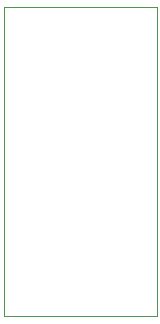
<source format=gko>
G75*
%MOIN*%
%OFA0B0*%
%FSLAX24Y24*%
%IPPOS*%
%LPD*%
%AMOC8*
5,1,8,0,0,1.08239X$1,22.5*
%
%ADD10C,0.0000*%
D10*
X000205Y000180D02*
X000205Y010480D01*
X005305Y010480D01*
X005305Y000180D01*
X000205Y000180D01*
M02*

</source>
